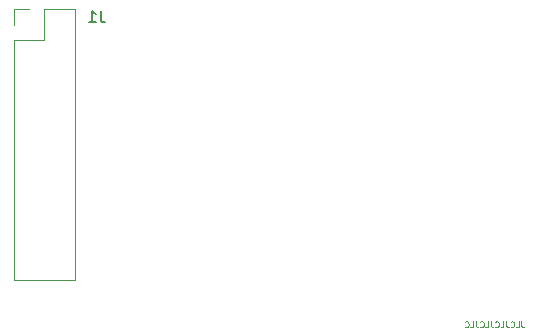
<source format=gbo>
%TF.GenerationSoftware,KiCad,Pcbnew,(6.0.5)*%
%TF.CreationDate,2022-06-14T20:52:44+01:00*%
%TF.ProjectId,PiKVM,50694b56-4d2e-46b6-9963-61645f706362,rev?*%
%TF.SameCoordinates,Original*%
%TF.FileFunction,Legend,Bot*%
%TF.FilePolarity,Positive*%
%FSLAX46Y46*%
G04 Gerber Fmt 4.6, Leading zero omitted, Abs format (unit mm)*
G04 Created by KiCad (PCBNEW (6.0.5)) date 2022-06-14 20:52:44*
%MOMM*%
%LPD*%
G01*
G04 APERTURE LIST*
%ADD10C,0.125000*%
%ADD11C,0.150000*%
%ADD12C,0.120000*%
%ADD13R,1.600000X1.600000*%
%ADD14O,1.600000X1.600000*%
%ADD15R,1.700000X1.700000*%
%ADD16O,1.700000X1.700000*%
%ADD17C,1.600000*%
G04 APERTURE END LIST*
D10*
X72159523Y-53066190D02*
X72159523Y-53423333D01*
X72183333Y-53494761D01*
X72230952Y-53542380D01*
X72302380Y-53566190D01*
X72350000Y-53566190D01*
X71683333Y-53566190D02*
X71921428Y-53566190D01*
X71921428Y-53066190D01*
X71230952Y-53518571D02*
X71254761Y-53542380D01*
X71326190Y-53566190D01*
X71373809Y-53566190D01*
X71445238Y-53542380D01*
X71492857Y-53494761D01*
X71516666Y-53447142D01*
X71540476Y-53351904D01*
X71540476Y-53280476D01*
X71516666Y-53185238D01*
X71492857Y-53137619D01*
X71445238Y-53090000D01*
X71373809Y-53066190D01*
X71326190Y-53066190D01*
X71254761Y-53090000D01*
X71230952Y-53113809D01*
X70873809Y-53066190D02*
X70873809Y-53423333D01*
X70897619Y-53494761D01*
X70945238Y-53542380D01*
X71016666Y-53566190D01*
X71064285Y-53566190D01*
X70397619Y-53566190D02*
X70635714Y-53566190D01*
X70635714Y-53066190D01*
X69945238Y-53518571D02*
X69969047Y-53542380D01*
X70040476Y-53566190D01*
X70088095Y-53566190D01*
X70159523Y-53542380D01*
X70207142Y-53494761D01*
X70230952Y-53447142D01*
X70254761Y-53351904D01*
X70254761Y-53280476D01*
X70230952Y-53185238D01*
X70207142Y-53137619D01*
X70159523Y-53090000D01*
X70088095Y-53066190D01*
X70040476Y-53066190D01*
X69969047Y-53090000D01*
X69945238Y-53113809D01*
X69588095Y-53066190D02*
X69588095Y-53423333D01*
X69611904Y-53494761D01*
X69659523Y-53542380D01*
X69730952Y-53566190D01*
X69778571Y-53566190D01*
X69111904Y-53566190D02*
X69350000Y-53566190D01*
X69350000Y-53066190D01*
X68659523Y-53518571D02*
X68683333Y-53542380D01*
X68754761Y-53566190D01*
X68802380Y-53566190D01*
X68873809Y-53542380D01*
X68921428Y-53494761D01*
X68945238Y-53447142D01*
X68969047Y-53351904D01*
X68969047Y-53280476D01*
X68945238Y-53185238D01*
X68921428Y-53137619D01*
X68873809Y-53090000D01*
X68802380Y-53066190D01*
X68754761Y-53066190D01*
X68683333Y-53090000D01*
X68659523Y-53113809D01*
X68302380Y-53066190D02*
X68302380Y-53423333D01*
X68326190Y-53494761D01*
X68373809Y-53542380D01*
X68445238Y-53566190D01*
X68492857Y-53566190D01*
X67826190Y-53566190D02*
X68064285Y-53566190D01*
X68064285Y-53066190D01*
X67373809Y-53518571D02*
X67397619Y-53542380D01*
X67469047Y-53566190D01*
X67516666Y-53566190D01*
X67588095Y-53542380D01*
X67635714Y-53494761D01*
X67659523Y-53447142D01*
X67683333Y-53351904D01*
X67683333Y-53280476D01*
X67659523Y-53185238D01*
X67635714Y-53137619D01*
X67588095Y-53090000D01*
X67516666Y-53066190D01*
X67469047Y-53066190D01*
X67397619Y-53090000D01*
X67373809Y-53113809D01*
D11*
%TO.C,J1*%
X36528333Y-26757380D02*
X36528333Y-27471666D01*
X36575952Y-27614523D01*
X36671190Y-27709761D01*
X36814047Y-27757380D01*
X36909285Y-27757380D01*
X35528333Y-27757380D02*
X36099761Y-27757380D01*
X35814047Y-27757380D02*
X35814047Y-26757380D01*
X35909285Y-26900238D01*
X36004523Y-26995476D01*
X36099761Y-27043095D01*
D12*
X34350000Y-26620000D02*
X34350000Y-49600000D01*
X29150000Y-29220000D02*
X29150000Y-49600000D01*
X31750000Y-26620000D02*
X31750000Y-29220000D01*
X34350000Y-26620000D02*
X31750000Y-26620000D01*
X30480000Y-26620000D02*
X29150000Y-26620000D01*
X31750000Y-29220000D02*
X29150000Y-29220000D01*
X29150000Y-26620000D02*
X29150000Y-27950000D01*
X34350000Y-49600000D02*
X29150000Y-49600000D01*
%TD*%
%LPC*%
D13*
%TO.C,U3*%
X57140000Y-44455000D03*
D14*
X57140000Y-41915000D03*
X49520000Y-41915000D03*
X49520000Y-44455000D03*
%TD*%
D15*
%TO.C,J2*%
X71095000Y-27940000D03*
D16*
X71095000Y-30480000D03*
X71095000Y-33020000D03*
X71095000Y-35560000D03*
X71095000Y-38100000D03*
X71095000Y-40640000D03*
X71095000Y-43180000D03*
X71095000Y-45720000D03*
%TD*%
D17*
%TO.C,R3*%
X35560000Y-43180000D03*
D14*
X45720000Y-43180000D03*
%TD*%
D17*
%TO.C,R1*%
X35560000Y-30480000D03*
D14*
X45720000Y-30480000D03*
%TD*%
D13*
%TO.C,U1*%
X49540000Y-27940000D03*
D14*
X49540000Y-30480000D03*
X57160000Y-30480000D03*
X57160000Y-27940000D03*
%TD*%
D13*
%TO.C,U4*%
X57140000Y-52075000D03*
D14*
X57140000Y-49535000D03*
X49520000Y-49535000D03*
X49520000Y-52075000D03*
%TD*%
D17*
%TO.C,R6*%
X66040000Y-40640000D03*
D14*
X66040000Y-50800000D03*
%TD*%
D17*
%TO.C,R2*%
X35560000Y-35560000D03*
D14*
X45720000Y-35560000D03*
%TD*%
D17*
%TO.C,R5*%
X60960000Y-40640000D03*
D14*
X60960000Y-50800000D03*
%TD*%
D13*
%TO.C,U2*%
X49540000Y-34285000D03*
D14*
X49540000Y-36825000D03*
X57160000Y-36825000D03*
X57160000Y-34285000D03*
%TD*%
D17*
%TO.C,R4*%
X35560000Y-48260000D03*
D14*
X45720000Y-48260000D03*
%TD*%
D15*
%TO.C,J1*%
X30480000Y-27950000D03*
D16*
X33020000Y-27950000D03*
X30480000Y-30490000D03*
X33020000Y-30490000D03*
X30480000Y-33030000D03*
X33020000Y-33030000D03*
X30480000Y-35570000D03*
X33020000Y-35570000D03*
X30480000Y-38110000D03*
X33020000Y-38110000D03*
X30480000Y-40650000D03*
X33020000Y-40650000D03*
X30480000Y-43190000D03*
X33020000Y-43190000D03*
X30480000Y-45730000D03*
X33020000Y-45730000D03*
X30480000Y-48270000D03*
X33020000Y-48270000D03*
%TD*%
M02*

</source>
